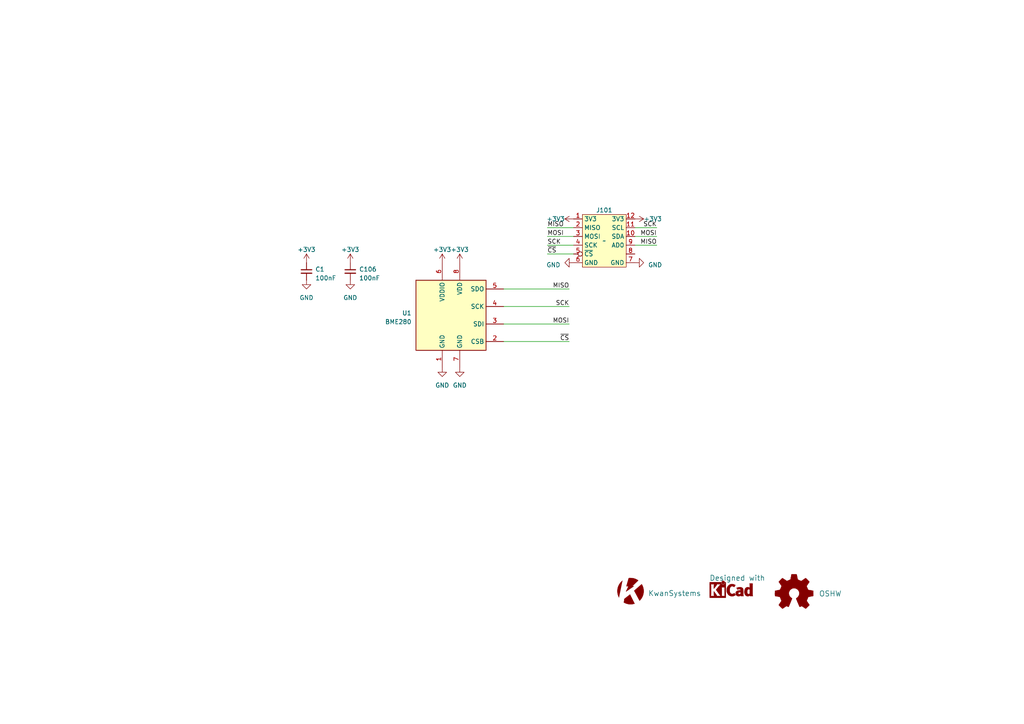
<source format=kicad_sch>
(kicad_sch (version 20230121) (generator eeschema)
  (paper "A4")
  (title_block (title "BME280 Stamp") (date "2023-03-23") (company "Kwan Systems"))
  (lib_symbols
    (symbol "Device:C_Small" (pin_numbers hide) (pin_names (offset 0.254) hide)
      (property "Reference" "C" (at 0.254 1.778 0))
      (property "Value" "C_Small" (at 0.254 -2.032 0))
      (symbol "C_Small_0_1"
        (polyline (pts (xy -1.524 -0.508) (xy 1.524 -0.508)) (stroke (width 0.3302)))
        (polyline (pts (xy -1.524 0.508) (xy 1.524 0.508)) (stroke (width 0.3048)))
      )
      (symbol "C_Small_1_1"
        (pin passive line (at 0 2.54 270) (length 2.032) (name "~") (number "1"))
        (pin passive line (at 0 -2.54 90) (length 2.032) (name "~") (number "2"))
      )
    )
    (symbol "KwanSystems:DesignedWithKicad" (pin_names (offset 1.016)) (in_bom no)
      (property "Value" "DesignedWithKicad" (at 3.81 -2.54 0))
      (symbol "DesignedWithKicad_0_1"
        (polyline (pts (xy -2.273 4.2434) (xy -2.1768 4.2192) (xy -2.0902 4.1764) (xy -2.0154 4.1166) (xy -1.9544 4.0415) (xy -1.9094 3.9528) (xy -1.8831 3.8565) (xy -1.8773 3.7592) (xy -1.8921 3.6653) (xy -1.9258 3.5775) (xy -1.9765 3.4982) (xy -2.0423 3.4302) (xy -2.1214 3.3759) (xy -2.2119 3.338) (xy -2.2632 3.3256) (xy -2.3077 3.3181) (xy -2.342 3.3151) (xy -2.375 3.3169) (xy -2.4154 3.3238) (xy -2.4485 3.3308) (xy -2.5419 3.3623) (xy -2.6256 3.4134) (xy -2.6977 3.4826) (xy -2.7562 3.5683) (xy -2.7701 3.5955) (xy -2.7866 3.6319) (xy -2.7969 3.6624) (xy -2.8025 3.6946) (xy -2.8047 3.7357) (xy -2.8049 3.7818) (xy -2.8009 3.8661) (xy -2.7874 3.9354) (xy -2.7623 3.996) (xy -2.7228 4.0544) (xy -2.6843 4.0987) (xy -2.6124 4.1645) (xy -2.5373 4.2099) (xy -2.4546 4.2372) (xy -2.3769 4.2474) (xy -2.273 4.2434)) (stroke (width 0.0025)) (fill (type outline)))
        (polyline (pts (xy 0.3284 3.3209) (xy 0.4886 3.2998) (xy 0.6525 3.2596) (xy 0.8223 3.2001) (xy 1 3.1208) (xy 1.0113 3.1153) (xy 1.069 3.0873) (xy 1.1206 3.0632) (xy 1.1622 3.0448) (xy 1.1902 3.0336) (xy 1.1997 3.0311) (xy 1.219 3.0261) (xy 1.2236 3.0219) (xy 1.2185 3.0114) (xy 1.2024 2.9851) (xy 1.1773 2.9457) (xy 1.1449 2.896) (xy 1.1071 2.8387) (xy 1.0658 2.7765) (xy 1.0228 2.7123) (xy 0.9799 2.6487) (xy 0.939 2.5886) (xy 0.902 2.5346) (xy 0.8706 2.4896) (xy 0.8468 2.4563) (xy 0.8323 2.4374) (xy 0.8303 2.4352) (xy 0.8202 2.4399) (xy 0.7978 2.457) (xy 0.7673 2.4836) (xy 0.7515 2.498) (xy 0.655 2.5733) (xy 0.5483 2.6288) (xy 0.4328 2.6639) (xy 0.31 2.6781) (xy 0.2406 2.6769) (xy 0.1194 2.6598) (xy 0.0102 2.6239) (xy -0.0874 2.569) (xy -0.1738 2.4949) (xy -0.2492 2.4013) (xy -0.314 2.2879) (xy -0.3514 2.2013) (xy -0.3953 2.0656) (xy -0.4276 1.9182) (xy -0.4484 1.7627) (xy -0.4579 1.603) (xy -0.4562 1.443) (xy -0.4432 1.2864) (xy -0.4191 1.1371) (xy -0.384 0.9988) (xy -0.3379 0.8753) (xy -0.3216 0.841) (xy -0.2534 0.7269) (xy -0.1729 0.6304) (xy -0.0814 0.5523) (xy 0.0199 0.4934) (xy 0.1299 0.4544) (xy 0.2474 0.4361) (xy 0.2889 0.4348) (xy 0.4104 0.4457) (xy 0.5309 0.4785) (xy 0.6487 0.5326) (xy 0.7623 0.6071) (xy 0.8537 0.6855) (xy 0.9002 0.73) (xy 1.0815 0.4327) (xy 1.1266 0.3586) (xy 1.1678 0.2904) (xy 1.2037 0.2305) (xy 1.2329 0.1816) (xy 1.2538 0.1459) (xy 1.2649 0.126) (xy 1.2664 0.1229) (xy 1.2581 0.1133) (xy 1.2326 0.096) (xy 1.1929 0.0727) (xy 1.1423 0.0451) (xy 1.0841 0.0147) (xy 1.0214 -0.0168) (xy 0.9576 -0.0477) (xy 0.8959 -0.0765) (xy 0.8394 -0.1014) (xy 0.7914 -0.1209) (xy 0.768 -0.1293) (xy 0.6342 -0.1671) (xy 0.4963 -0.1921) (xy 0.3486 -0.2051) (xy 0.2218 -0.2075) (xy 0.1539 -0.2064) (xy 0.0883 -0.2043) (xy 0.0308 -0.2014) (xy -0.0126 -0.1981) (xy -0.0267 -0.1964) (xy -0.1657 -0.1676) (xy -0.3072 -0.1225) (xy -0.4447 -0.0638) (xy -0.5716 0.0059) (xy -0.6491 0.0586) (xy -0.7765 0.1668) (xy -0.8948 0.2933) (xy -1.0018 0.4351) (xy -1.0953 0.589) (xy -1.1732 0.7519) (xy -1.217 0.8692) (xy -1.2673 1.0529) (xy -1.3008 1.2474) (xy -1.3176 1.4487) (xy -1.3176 1.6524) (xy -1.3009 1.8545) (xy -1.2675 2.0506) (xy -1.2174 2.2366) (xy -1.2136 2.2482) (xy -1.1507 2.4103) (xy -1.074 2.5582) (xy -0.9808 2.6961) (xy -0.8685 2.8283) (xy -0.8246 2.8736) (xy -0.6885 2.9975) (xy -0.5485 3.1001) (xy -0.4026 3.1823) (xy -0.2486 3.2454) (xy -0.0843 3.2905) (xy 0.0113 3.308) (xy 0.17 3.3235) (xy 0.3284 3.3209)) (stroke (width 0.0025)) (fill (type outline)))
        (polyline (pts (xy 6.1865 1.7978) (xy 6.1865 1.5633) (xy 6.1866 1.3504) (xy 6.1866 1.1578) (xy 6.1868 0.9845) (xy 6.1871 0.8294) (xy 6.1875 0.6914) (xy 6.1882 0.5693) (xy 6.189 0.4621) (xy 6.1902 0.3687) (xy 6.1917 0.2879) (xy 6.1935 0.2187) (xy 6.1958 0.16) (xy 6.1985 0.1106) (xy 6.2016 0.0695) (xy 6.2053 0.0356) (xy 6.2095 0.0077) (xy 6.2143 -0.0152) (xy 6.2198 -0.0342) (xy 6.2259 -0.0505) (xy 6.2327 -0.0652) (xy 6.2403 -0.0792) (xy 6.2486 -0.0939) (xy 6.2538 -0.103) (xy 6.2881 -0.1637) (xy 5.43 -0.1637) (xy 5.43 -0.0677) (xy 5.4292 -0.0244) (xy 5.4273 0.0088) (xy 5.4245 0.0266) (xy 5.4232 0.0282) (xy 5.4118 0.0213) (xy 5.3891 0.0035) (xy 5.3664 -0.0159) (xy 5.3118 -0.0566) (xy 5.2423 -0.0976) (xy 5.1653 -0.1351) (xy 5.088 -0.1654) (xy 5.0571 -0.175) (xy 4.9886 -0.1896) (xy 4.9058 -0.1995) (xy 4.8164 -0.2046) (xy 4.7282 -0.2044) (xy 4.6492 -0.1987) (xy 4.6115 -0.1929) (xy 4.4734 -0.1548) (xy 4.3461 -0.0971) (xy 4.2303 -0.0202) (xy 4.1266 0.0753) (xy 4.0358 0.1888) (xy 3.969 0.2996) (xy 3.9142 0.4164) (xy 3.8722 0.5357) (xy 3.8422 0.6617) (xy 3.8233 0.7984) (xy 3.8147 0.9498) (xy 3.814 1.0273) (xy 3.8161 1.0841) (xy 4.6452 1.0841) (xy 4.6454 0.991) (xy 4.6483 0.9033) (xy 4.654 0.8262) (xy 4.6625 0.765) (xy 4.665 0.7526) (xy 4.6968 0.6454) (xy 4.7385 0.5583) (xy 4.7904 0.4914) (xy 4.8528 0.4442) (xy 4.9261 0.4166) (xy 5.0107 0.4085) (xy 5.1068 0.4194) (xy 5.1703 0.4352) (xy 5.2195 0.4534) (xy 5.2736 0.4792) (xy 5.3142 0.5029) (xy 5.3848 0.5493) (xy 5.3848 1.6995) (xy 5.3174 1.743) (xy 5.2389 1.784) (xy 5.1547 1.8106) (xy 5.0696 1.8225) (xy 4.9882 1.8193) (xy 4.9154 1.8004) (xy 4.8834 1.7848) (xy 4.8255 1.7418) (xy 4.7765 1.685) (xy 4.7354 1.6124) (xy 4.7009 1.5219) (xy 4.6718 1.4113) (xy 4.6706 1.4055) (xy 4.6604 1.3432) (xy 4.6527 1.2654) (xy 4.6477 1.1773) (xy 4.6452 1.0841) (xy 3.8161 1.0841) (xy 3.8219 1.2401) (xy 3.8438 1.4359) (xy 3.8798 1.6147) (xy 3.9298 1.7762) (xy 3.9937 1.9203) (xy 4.0715 2.0469) (xy 4.1631 2.1559) (xy 4.2685 2.2471) (xy 4.3137 2.2781) (xy 4.4146 2.3342) (xy 4.5179 2.3738) (xy 4.628 2.398) (xy 4.7493 2.4078) (xy 4.8418 2.4067) (xy 4.9715 2.3958) (xy 5.0841 2.374) (xy 5.1829 2.3403) (xy 5.2711 2.2938) (xy 5.32 2.2596) (xy 5.3494 2.2376) (xy 5.371 2.2227) (xy 5.3793 2.2183) (xy 5.3809 2.2291) (xy 5.3822 2.2597) (xy 5.3831 2.3075) (xy 5.3838 2.3695) (xy 5.3842 2.4431) (xy 5.3843 2.5256) (xy 5.3842 2.6141) (xy 5.3838 2.7059) (xy 5.3832 2.7983) (xy 5.3823 2.8885) (xy 5.3813 2.9737) (xy 5.38 3.0513) (xy 5.3786 3.1184) (xy 5.3769 3.1724) (xy 5.3752 3.2104) (xy 5.3747 3.2173) (xy 5.3671 3.2877) (xy 5.3555 3.3429) (xy 5.3378 3.39) (xy 5.3117 3.4364) (xy 5.3054 3.4459) (xy 5.281 3.4826) (xy 6.1863 3.4826) (xy 6.1865 1.7978)) (stroke (width 0.0025)) (fill (type outline)))
        (polyline (pts (xy 2.6736 2.4034) (xy 2.8255 2.3834) (xy 2.9608 2.3498) (xy 3.0802 2.3023) (xy 3.1848 2.2406) (xy 3.2624 2.177) (xy 3.3313 2.1029) (xy 3.385 2.0231) (xy 3.4279 1.9309) (xy 3.4434 1.8878) (xy 3.4562 1.8489) (xy 3.4674 1.8127) (xy 3.4771 1.7776) (xy 3.4854 1.7416) (xy 3.4924 1.703) (xy 3.4983 1.6598) (xy 3.5031 1.6104) (xy 3.5071 1.5527) (xy 3.5103 1.4851) (xy 3.5129 1.4057) (xy 3.5151 1.3126) (xy 3.5168 1.204) (xy 3.5183 1.0781) (xy 3.5198 0.933) (xy 3.521 0.7902) (xy 3.5224 0.634) (xy 3.5236 0.4988) (xy 3.5248 0.3828) (xy 3.5261 0.2844) (xy 3.5277 0.2019) (xy 3.5297 0.1338) (xy 3.5322 0.0782) (xy 3.5353 0.0337) (xy 3.5391 -0.0015) (xy 3.5439 -0.029) (xy 3.5496 -0.0506) (xy 3.5565 -0.0677) (xy 3.5647 -0.0822) (xy 3.5742 -0.0956) (xy 3.5853 -0.1096) (xy 3.5896 -0.1151) (xy 3.6054 -0.1379) (xy 3.6124 -0.1535) (xy 3.6124 -0.1539) (xy 3.6016 -0.1561) (xy 3.5706 -0.1581) (xy 3.522 -0.1599) (xy 3.4582 -0.1615) (xy 3.3817 -0.1626) (xy 3.2949 -0.1634) (xy 3.2005 -0.1637) (xy 3.1896 -0.1637) (xy 2.7667 -0.1637) (xy 2.7634 -0.0676) (xy 2.7601 0.0284) (xy 2.698 -0.0225) (xy 2.6007 -0.0901) (xy 2.4908 -0.1447) (xy 2.4043 -0.175) (xy 2.3353 -0.1897) (xy 2.2519 -0.1997) (xy 2.1622 -0.2046) (xy 2.0738 -0.2043) (xy 1.9949 -0.1984) (xy 1.9586 -0.1926) (xy 1.8186 -0.1548) (xy 1.6922 -0.0999) (xy 1.5803 -0.0289) (xy 1.4838 0.0574) (xy 1.4036 0.1583) (xy 1.3407 0.2729) (xy 1.2963 0.399) (xy 1.284 0.4556) (xy 1.2764 0.5178) (xy 1.2727 0.5926) (xy 1.2722 0.6265) (xy 1.2723 0.6297) (xy 2.0322 0.6297) (xy 2.0415 0.5547) (xy 2.0697 0.4908) (xy 2.1182 0.4352) (xy 2.1233 0.4308) (xy 2.1715 0.396) (xy 2.2233 0.3734) (xy 2.284 0.3615) (xy 2.3594 0.3586) (xy 2.3775 0.359) (xy 2.4313 0.3617) (xy 2.4713 0.3671) (xy 2.5063 0.3773) (xy 2.5451 0.3941) (xy 2.5557 0.3993) (xy 2.6164 0.4352) (xy 2.6632 0.4778) (xy 2.676 0.493) (xy 2.7206 0.5495) (xy 2.7206 0.7454) (xy 2.7201 0.8241) (xy 2.7184 0.882) (xy 2.7154 0.9211) (xy 2.7111 0.9433) (xy 2.707 0.9497) (xy 2.691 0.9529) (xy 2.6573 0.9555) (xy 2.6103 0.9573) (xy 2.555 0.9581) (xy 2.5461 0.9582) (xy 2.4253 0.9529) (xy 2.3227 0.9367) (xy 2.2361 0.909) (xy 2.1637 0.8692) (xy 2.1088 0.8222) (xy 2.0642 0.7644) (xy 2.0395 0.7013) (xy 2.0322 0.6297) (xy 1.2723 0.6297) (xy 1.2742 0.7203) (xy 1.2825 0.7992) (xy 1.2988 0.8704) (xy 1.3244 0.9411) (xy 1.3484 0.9935) (xy 1.407 1.0888) (xy 1.4851 1.1768) (xy 1.5803 1.256) (xy 1.6902 1.3247) (xy 1.8125 1.3813) (xy 1.9448 1.4242) (xy 2.0094 1.4391) (xy 2.1456 1.4612) (xy 2.294 1.4758) (xy 2.4455 1.4822) (xy 2.5721 1.4806) (xy 2.734 1.4738) (xy 2.7265 1.5328) (xy 2.7072 1.6319) (xy 2.6761 1.7126) (xy 2.6323 1.7755) (xy 2.5749 1.8212) (xy 2.503 1.8504) (xy 2.4159 1.8636) (xy 2.3127 1.8614) (xy 2.2747 1.8574) (xy 2.1335 1.8322) (xy 1.9967 1.7912) (xy 1.9022 1.7532) (xy 1.857 1.7338) (xy 1.8186 1.7182) (xy 1.7922 1.7086) (xy 1.7845 1.7065) (xy 1.7748 1.7156) (xy 1.7581 1.7446) (xy 1.7342 1.7938) (xy 1.7031 1.8635) (xy 1.6645 1.9541) (xy 1.6579 1.9699) (xy 1.6279 2.0422) (xy 1.6009 2.1076) (xy 1.5781 2.1631) (xy 1.5608 2.2059) (xy 1.55 2.2332) (xy 1.5469 2.2421) (xy 1.5569 2.2468) (xy 1.5832 2.2521) (xy 1.6115 2.2558) (xy 1.6416 2.2605) (xy 1.6894 2.27) (xy 1.7506 2.2832) (xy 1.8209 2.2992) (xy 1.8962 2.3172) (xy 1.9248 2.3242) (xy 2.0298 2.3498) (xy 2.1175 2.3699) (xy 2.1921 2.385) (xy 2.2579 2.396) (xy 2.3193 2.4033) (xy 2.3806 2.4077) (xy 2.4461 2.4097) (xy 2.5041 2.4101) (xy 2.6736 2.4034)) (stroke (width 0.0025)) (fill (type outline)))
        (polyline (pts (xy -2.9464 3.7809) (xy -2.9355 3.667) (xy -2.9039 3.5594) (xy -2.853 3.4604) (xy -2.7843 3.3723) (xy -2.6992 3.2975) (xy -2.6022 3.2396) (xy -2.496 3.2) (xy -2.389 3.1814) (xy -2.2833 3.1826) (xy -2.1811 3.2021) (xy -2.0845 3.2386) (xy -1.9956 3.2908) (xy -1.9165 3.3573) (xy -1.8494 3.4368) (xy -1.7962 3.528) (xy -1.7592 3.6295) (xy -1.7404 3.7399) (xy -1.7385 3.7898) (xy -1.7385 3.8777) (xy -1.6866 3.8777) (xy -1.6503 3.8749) (xy -1.6234 3.8631) (xy -1.5962 3.8394) (xy -1.5579 3.801) (xy -1.5579 1.6094) (xy -1.5579 1.3473) (xy -1.5579 1.1068) (xy -1.558 0.887) (xy -1.5581 0.6869) (xy -1.5582 0.5057) (xy -1.5584 0.3423) (xy -1.5587 0.1958) (xy -1.5591 0.0654) (xy -1.5595 -0.05) (xy -1.56 -0.1513) (xy -1.5606 -0.2395) (xy -1.5613 -0.3154) (xy -1.5621 -0.3801) (xy -1.5631 -0.4344) (xy -1.5642 -0.4793) (xy -1.5654 -0.5157) (xy -1.5667 -0.5447) (xy -1.5683 -0.5671) (xy -1.5699 -0.5838) (xy -1.5718 -0.5959) (xy -1.5738 -0.6042) (xy -1.576 -0.6097) (xy -1.5771 -0.6115) (xy -1.5813 -0.6185) (xy -1.5848 -0.625) (xy -1.5886 -0.6309) (xy -1.5937 -0.6363) (xy -1.6009 -0.6412) (xy -1.6111 -0.6456) (xy -1.6254 -0.6496) (xy -1.6445 -0.6531) (xy -1.6695 -0.6563) (xy -1.7012 -0.659) (xy -1.7407 -0.6615) (xy -1.7887 -0.6636) (xy -1.8462 -0.6653) (xy -1.9142 -0.6668) (xy -1.9936 -0.6681) (xy -2.0853 -0.6691) (xy -2.1902 -0.6699) (xy -2.3092 -0.6705) (xy -2.4433 -0.6709) (xy -2.5934 -0.6712) (xy -2.7604 -0.6714) (xy -2.9452 -0.6715) (xy -3.1488 -0.6715) (xy -3.3721 -0.6715) (xy -3.6159 -0.6715) (xy -3.8813 -0.6714) (xy -3.9197 -0.6714) (xy -4.1867 -0.6714) (xy -4.432 -0.6713) (xy -4.6566 -0.6712) (xy -4.8613 -0.6711) (xy -5.0472 -0.6709) (xy -5.2151 -0.6706) (xy -5.3659 -0.6703) (xy -5.5006 -0.6699) (xy -5.62 -0.6694) (xy -5.7252 -0.6689) (xy -5.817 -0.6683) (xy -5.8963 -0.6675) (xy -5.964 -0.6667) (xy -6.0212 -0.6657) (xy -6.0686 -0.6646) (xy -6.1073 -0.6634) (xy -6.138 -0.662) (xy -6.1619 -0.6606) (xy -6.1797 -0.6589) (xy -6.1924 -0.6571) (xy -6.2009 -0.6551) (xy -6.2053 -0.6535) (xy -6.2137 -0.6499) (xy -6.2215 -0.6473) (xy -6.2286 -0.6446) (xy -6.2351 -0.6411) (xy -6.2409 -0.6356) (xy -6.2462 -0.6274) (xy -6.251 -0.6154) (xy -6.2552 -0.5987) (xy -6.2589 -0.5765) (xy -6.2622 -0.5477) (xy -6.2651 -0.5114) (xy -6.2675 -0.4667) (xy -6.2696 -0.4126) (xy -6.2714 -0.3483) (xy -6.2728 -0.2727) (xy -6.274 -0.185) (xy -6.2749 -0.0842) (xy -6.2756 0.0306) (xy -6.2761 0.1603) (xy -6.2764 0.306) (xy -6.2766 0.4685) (xy -6.2767 0.6487) (xy -6.2767 0.8476) (xy -6.2767 1.0662) (xy -6.2766 1.3053) (xy -6.2766 1.566) (xy -6.2766 1.6081) (xy -6.2766 1.871) (xy -6.2767 2.1123) (xy -6.2767 2.3328) (xy -6.2766 2.5336) (xy -6.2765 2.7157) (xy -6.2764 2.8798) (xy -6.2761 3.027) (xy -6.2756 3.1582) (xy -6.275 3.2681) (xy -5.9722 3.2681) (xy -5.9324 3.2103) (xy -5.9212 3.1945) (xy -5.9112 3.1806) (xy -5.9021 3.1672) (xy -5.8941 3.1533) (xy -5.887 3.1376) (xy -5.8807 3.119) (xy -5.8753 3.0963) (xy -5.8707 3.0683) (xy -5.8667 3.0337) (xy -5.8634 2.9915) (xy -5.8607 2.9404) (xy -5.8585 2.8793) (xy -5.8567 2.8069) (xy -5.8554 2.722) (xy -5.8545 2.6236) (xy -5.8539 2.5103) (xy -5.8535 2.3811) (xy -5.8533 2.2347) (xy -5.8532 2.0699) (xy -5.8532 1.8856) (xy -5.8533 1.6805) (xy -5.8533 1.5579) (xy -5.8533 1.3409) (xy -5.8532 1.1454) (xy -5.8532 0.97) (xy -5.8534 0.8137) (xy -5.8536 0.6751) (xy -5.8541 0.5533) (xy -5.8549 0.4468) (xy -5.856 0.3547) (xy -5.8574 0.2756) (xy -5.8593 0.2084) (xy -5.8617 0.1519) (xy -5.8647 0.1049) (xy -5.8683 0.0662) (xy -5.8725 0.0347) (xy -5.8774 0.0091) (xy -5.8832 -0.0117) (xy -5.8897 -0.0289) (xy -5.8972 -0.0438) (xy -5.9056 -0.0574) (xy -5.915 -0.0711) (xy -5.9254 -0.0859) (xy -5.9315 -0.0948) (xy -5.9703 -0.1524) (xy -5.4387 -0.1524) (xy -5.3155 -0.1524) (xy -5.213 -0.1522) (xy -5.1294 -0.1519) (xy -5.063 -0.1513) (xy -5.0118 -0.1504) (xy -4.974 -0.1491) (xy -4.9479 -0.1473) (xy -4.9316 -0.145) (xy -4.9233 -0.142) (xy -4.9212 -0.1384) (xy -4.9233 -0.1341) (xy -4.9245 -0.1326) (xy -4.9497 -0.0956) (xy -4.9756 -0.0428) (xy -4.9992 0.0192) (xy -5.0075 0.0456) (xy -5.0121 0.0636) (xy -5.016 0.0846) (xy -5.0192 0.1109) (xy -5.022 0.1445) (xy -5.0242 0.1874) (xy -5.0261 0.2418) (xy -5.0276 0.3097) (xy -5.029 0.3933) (xy -5.0302 0.4946) (xy -5.0313 0.6157) (xy -5.0317 0.6604) (xy -5.0327 0.7856) (xy -5.0335 0.8899) (xy -5.0339 0.9753) (xy -5.034 1.0435) (xy -5.0336 1.0962) (xy -5.0327 1.1354) (xy -5.0313 1.1627) (xy -5.0293 1.18) (xy -5.0266 1.1891) (xy -5.0232 1.1917) (xy -5.019 1.1896) (xy -5.0146 1.1853) (xy -5.0042 1.1724) (xy -4.9822 1.1433) (xy -4.95 1.1002) (xy -4.9092 1.0453) (xy -4.8614 0.9806) (xy -4.8081 0.9083) (xy -4.7509 0.8305) (xy -4.6914 0.7493) (xy -4.6312 0.6669) (xy -4.5717 0.5855) (xy -4.5145 0.507) (xy -4.4612 0.4338) (xy -4.4135 0.3679) (xy -4.3727 0.3113) (xy -4.3405 0.2664) (xy -4.3185 0.2352) (xy -4.3139 0.2285) (xy -4.291 0.1916) (xy -4.2642 0.1436) (xy -4.2388 0.0941) (xy -4.2356 0.0874) (xy -4.2139 0.0392) (xy -4.2013 0.0017) (xy -4.1956 -0.0342) (xy -4.1945 -0.0762) (xy -4.1951 -0.1524) (xy -3.0407 -0.1524) (xy -3.1318 -0.0587) (xy -3.1786 -0.0088) (xy -3.2289 0.0477) (xy -3.2749 0.102) (xy -3.2954 0.1273) (xy -3.3258 0.1669) (xy -3.3659 0.2201) (xy -3.4144 0.2853) (xy -3.4701 0.361) (xy -3.532 0.4454) (xy -3.5988 0.537) (xy -3.6694 0.6341) (xy -3.7425 0.7351) (xy -3.8171 0.8383) (xy -3.8919 0.9422) (xy -3.9658 1.0451) (xy -4.0376 1.1454) (xy -4.1062 1.2414) (xy -4.1703 1.3315) (xy -4.2288 1.4141) (xy -4.2805 1.4875) (xy -4.3242 1.5502) (xy -4.3589 1.6004) (xy -4.3832 1.6367) (xy -4.3961 1.6572) (xy -4.3979 1.6613) (xy -4.3899 1.6727) (xy -4.3691 1.6998) (xy -4.3368 1.7412) (xy -4.2945 1.795) (xy -4.2433 1.8595) (xy -4.1848 1.9331) (xy -4.1203 2.014) (xy -4.0511 2.1006) (xy -3.9787 2.1912) (xy -3.9042 2.2839) (xy -3.8445 2.3583) (xy -2.8335 2.3583) (xy -2.8276 2.3453) (xy -2.8133 2.3231) (xy -2.8122 2.3216) (xy -2.7934 2.2915) (xy -2.7738 2.2546) (xy -2.7699 2.2465) (xy -2.7664 2.2381) (xy -2.7632 2.2279) (xy -2.7605 2.2147) (xy -2.7581 2.1971) (xy -2.756 2.1735) (xy -2.7542 2.1427) (xy -2.7527 2.1032) (xy -2.7514 2.0537) (xy -2.7503 1.9928) (xy -2.7494 1.919) (xy -2.7486 1.831) (xy -2.7479 1.7273) (xy -2.7474 1.6067) (xy -2.7468 1.4676) (xy -2.7463 1.3088) (xy -2.7457 1.1299) (xy -2.7452 0.9448) (xy -2.7448 0.7809) (xy -2.7445 0.6367) (xy -2.7445 0.5109) (xy -2.7448 0.4021) (xy -2.7454 0.3089) (xy -2.7465 0.2299) (xy -2.7481 0.1637) (xy -2.7503 0.1088) (xy -2.7531 0.064) (xy -2.7567 0.0277) (xy -2.761 -0.0013) (xy -2.7661 -0.0246) (xy -2.7722 -0.0435) (xy -2.7792 -0.0594) (xy -2.7873 -0.0736) (xy -2.7965 -0.0877) (xy -2.805 -0.1002) (xy -2.8222 -0.1265) (xy -2.8323 -0.144) (xy -2.8335 -0.1473) (xy -2.8226 -0.1483) (xy -2.7914 -0.1493) (xy -2.7422 -0.1502) (xy -2.6773 -0.151) (xy -2.599 -0.1516) (xy -2.5096 -0.1521) (xy -2.4114 -0.1523) (xy -2.3424 -0.1524) (xy -2.2375 -0.1522) (xy -2.1406 -0.1515) (xy -2.0541 -0.1505) (xy -1.9801 -0.1492) (xy -1.9209 -0.1476) (xy -1.8785 -0.1458) (xy -1.8553 -0.1438) (xy -1.8514 -0.1425) (xy -1.8591 -0.1276) (xy -1.8671 -0.1196) (xy -1.8802 -0.1024) (xy -1.8975 -0.0722) (xy -1.9094 -0.0476) (xy -1.936 0.0113) (xy -1.9391 1.1882) (xy -1.9422 2.365) (xy -2.3879 2.365) (xy -2.4857 2.3649) (xy -2.5761 2.3644) (xy -2.6566 2.3637) (xy -2.725 2.3627) (xy -2.7787 2.3615) (xy -2.8153 2.3602) (xy -2.8325 2.3588) (xy -2.8335 2.3583) (xy -3.8445 2.3583) (xy -3.8293 2.3773) (xy -3.7551 2.4695) (xy -3.6831 2.5588) (xy -3.6146 2.6436) (xy -3.551 2.7221) (xy -3.4936 2.7927) (xy -3.4438 2.8536) (xy -3.4031 2.9032) (xy -3.3859 2.9238) (xy -3.2996 3.0245) (xy -3.223 3.1077) (xy -3.1542 3.1756) (xy -3.0912 3.2299) (xy -3.0819 3.2373) (xy -3.0424 3.2679) (xy -4.1741 3.2681) (xy -4.1688 3.2202) (xy -4.1721 3.1628) (xy -4.1937 3.0945) (xy -4.2336 3.0148) (xy -4.2789 2.9425) (xy -4.2952 2.9199) (xy -4.3232 2.8823) (xy -4.3614 2.832) (xy -4.4081 2.771) (xy -4.4617 2.7016) (xy -4.5203 2.6258) (xy -4.5825 2.5458) (xy -4.6464 2.4638) (xy -4.7105 2.3818) (xy -4.773 2.3021) (xy -4.8323 2.2267) (xy -4.8868 2.1578) (xy -4.9346 2.0976) (xy -4.9743 2.0481) (xy -5.004 2.0116) (xy -5.0222 1.9901) (xy -5.0252 1.9868) (xy -5.0281 1.9949) (xy -5.0303 2.0251) (xy -5.0319 2.0774) (xy -5.0328 2.1515) (xy -5.033 2.2469) (xy -5.0326 2.3636) (xy -5.0317 2.4836) (xy -5.0304 2.6157) (xy -5.0289 2.7274) (xy -5.0269 2.821) (xy -5.0242 2.8986) (xy -5.0206 2.9624) (xy -5.0158 3.0147) (xy -5.0095 3.0577) (xy -5.0015 3.0934) (xy -4.9916 3.1243) (xy -4.9795 3.1524) (xy -4.965 3.18) (xy -4.9503 3.205) (xy -4.9123 3.2681) (xy -5.9722 3.2681) (xy -6.275 3.2681) (xy -6.275 3.2744) (xy -6.2742 3.3765) (xy -6.2732 3.4654) (xy -6.2719 3.5421) (xy -6.2704 3.6075) (xy -6.2685 3.6626) (xy -6.2664 3.7082) (xy -6.2639 3.7455) (xy -6.261 3.7752) (xy -6.2577 3.7983) (xy -6.254 3.8159) (xy -6.2499 3.8287) (xy -6.2452 3.8378) (xy -6.2401 3.8441) (xy -6.2345 3.8485) (xy -6.2283 3.852) (xy -6.2215 3.8556) (xy -6.2155 3.8591) (xy -6.2103 3.8617) (xy -6.2021 3.864) (xy -6.1899 3.8661) (xy -6.1725 3.868) (xy -6.149 3.8697) (xy -6.1181 3.8711) (xy -6.0788 3.8724) (xy -6.03 3.8735) (xy -5.9705 3.8744) (xy -5.8994 3.8752) (xy -5.8155 3.8759) (xy -5.7177 3.8764) (xy -5.6049 3.8768) (xy -5.476 3.8772) (xy -5.33 3.8774) (xy -5.1657 3.8776) (xy -4.982 3.8777) (xy -4.7779 3.8777) (xy -4.5668 3.8777) (xy -2.9464 3.8777) (xy -2.9464 3.7809)) (stroke (width 0.0025)) (fill (type outline)))
      )
    )
    (symbol "KwanSystems:KwanSystems" (pin_names (offset 1.016)) (in_bom no)
      (property "Value" "KwanSystems" (at 0 -5.08 0))
      (symbol "KwanSystems_0_1"
        (polyline (pts (xy 0.3018 3.8025) (xy 0.5462 3.7744) (xy 0.7854 3.7321) (xy 1.0193 3.6754) (xy 1.2478 3.6045) (xy 1.4711 3.5193) (xy 1.689 3.4198) (xy 1.9015 3.3061) (xy 2.1085 3.1781) (xy 2.2308 3.09) (xy 0.4924 1.42) (xy 0.9508 1.42) (xy -1.31 -0.12) (xy -0.5992 1.42) (xy -1.1938 1.42) (xy -0.5192 3.78) (xy -0.3885 3.7927) (xy -0.1814 3.8059) (xy 0.0333 3.811)) (stroke (width 0.0025)) (fill (type outline)))
        (polyline (pts (xy 1.2117 -3.611) (xy 1.1805 -3.6269) (xy 1.1201 -3.6454) (xy 1.0517 -3.6655) (xy 0.8462 -3.7189) (xy 0.6348 -3.7604) (xy 0.4156 -3.7905) (xy 0.3277 -3.7992) (xy 0.1234 -3.8081) (xy 0.0408 -3.8091) (xy -0.0437 -3.8092) (xy -0.1265 -3.8082) (xy -0.3391 -3.7989) (xy -0.5799 -3.7695) (xy -0.8161 -3.7257) (xy -1.0478 -3.6672) (xy -1.2753 -3.5942) (xy -1.4987 -3.5065) (xy -1.6599 -3.4329) (xy -1.8371 -3.3426) (xy -1.9342 -3.2879) (xy -1.78 -2.25) (xy -0.12 -0.95)) (stroke (width 0.0025)) (fill (type outline)))
        (polyline (pts (xy -3.33 -1.85) (xy -3.4035 -1.7216) (xy -3.5014 -1.5107) (xy -3.5664 -1.3527) (xy -3.641 -1.1379) (xy -3.7016 -0.923) (xy -3.7485 -0.7062) (xy -3.782 -0.486) (xy -3.8025 -0.2605) (xy -3.8102 -0.0281) (xy -3.8103 0) (xy -3.8029 0.2742) (xy -3.7787 0.5215) (xy -3.7379 0.7583) (xy -3.6926 0.9566) (xy -3.6383 1.1468) (xy -3.5739 1.3326) (xy -3.4979 1.5178) (xy -3.4219 1.6804) (xy -3.3272 1.8622) (xy -3.2273 2.0324) (xy -3.1205 2.1935) (xy -3.0049 2.3481) (xy -2.8787 2.4988) (xy -2.7399 2.6482) (xy -2.6018 2.7839) (xy -2.4691 2.9048) (xy -2.33 3.02)) (stroke (width 0.0025)) (fill (type outline)))
        (polyline (pts (xy 3.337 1.8449) (xy 3.4183 1.6918) (xy 3.5168 1.4771) (xy 3.6016 1.2562) (xy 3.6727 1.0287) (xy 3.73 0.7948) (xy 3.7737 0.5541) (xy 3.7919 0.4191) (xy 3.7965 0.3713) (xy 3.8004 0.3111) (xy 3.8037 0.2415) (xy 3.8062 0.1653) (xy 3.808 0.0853) (xy 3.8091 0.0045) (xy 3.8092 -0.0742) (xy 3.8085 -0.148) (xy 3.8068 -0.214) (xy 3.8042 -0.2693) (xy 3.8033 -0.2821) (xy 3.7774 -0.5241) (xy 3.7368 -0.7619) (xy 3.6819 -0.9952) (xy 3.6126 -1.2235) (xy 3.5291 -1.4466) (xy 3.4316 -1.664) (xy 3.3202 -1.8755) (xy 3.1951 -2.0807) (xy 3.0563 -2.2792) (xy 2.918 -2.4541) (xy 2.7919 -2.5949) (xy 2.62 -2.77) (xy 1.07 0.12) (xy 3.24 2.01)) (stroke (width 0.0025)) (fill (type outline)))
      )
    )
    (symbol "KwanSystems:OSHW" (pin_names (offset 1.016)) (in_bom no)
      (property "Value" "OSHW" (at 10.16 1.27 0))
      (symbol "OSHW_0_1"
        (polyline (pts (xy 3.81 -3.81) (xy 3.7592 -3.7846) (xy 3.6322 -3.7084) (xy 3.4544 -3.5814) (xy 3.2258 -3.429) (xy 2.9972 -3.2766) (xy 2.8194 -3.175) (xy 2.6924 -3.0734) (xy 2.6416 -3.048) (xy 2.6162 -3.0734) (xy 2.5146 -3.1242) (xy 2.3622 -3.2004) (xy 2.2606 -3.2512) (xy 2.1336 -3.302) (xy 2.0574 -3.302) (xy 2.0574 -3.302) (xy 2.0066 -3.2004) (xy 1.9304 -2.9972) (xy 1.8034 -2.7686) (xy 1.7018 -2.4892) (xy 1.5748 -2.1844) (xy 1.4224 -1.8796) (xy 1.3208 -1.5748) (xy 1.1938 -1.2954) (xy 1.1176 -1.0922) (xy 1.0668 -0.9398) (xy 1.0414 -0.8636) (xy 1.0414 -0.8636) (xy 1.1176 -0.7874) (xy 1.2446 -0.7112) (xy 1.4986 -0.4826) (xy 1.7526 -0.1524) (xy 1.905 0.2032) (xy 1.9812 0.6096) (xy 1.9304 0.9906) (xy 1.778 1.3462) (xy 1.524 1.6764) (xy 1.2192 1.905) (xy 0.8636 2.0574) (xy 0.4572 2.1082) (xy 0.0762 2.0828) (xy -0.2794 1.9304) (xy -0.6096 1.6764) (xy -0.762 1.524) (xy -0.9398 1.1938) (xy -1.0668 0.8382) (xy -1.0668 0.762) (xy -1.0414 0.3556) (xy -0.9398 0) (xy -0.7366 -0.3302) (xy -0.4572 -0.6096) (xy -0.4064 -0.635) (xy -0.2794 -0.7366) (xy -0.1778 -0.8128) (xy -0.127 -0.8636) (xy -0.6096 -2.0574) (xy -0.6858 -2.2606) (xy -0.8382 -2.5908) (xy -0.9398 -2.8702) (xy -1.0414 -3.0988) (xy -1.1176 -3.2512) (xy -1.143 -3.302) (xy -1.143 -3.302) (xy -1.1938 -3.302) (xy -1.27 -3.2766) (xy -1.4478 -3.2004) (xy -1.5494 -3.1496) (xy -1.6764 -3.0734) (xy -1.7526 -3.048) (xy -1.8034 -3.0734) (xy -1.905 -3.1496) (xy -2.0828 -3.2766) (xy -2.3114 -3.429) (xy -2.5146 -3.556) (xy -2.6924 -3.683) (xy -2.8448 -3.7846) (xy -2.8956 -3.81) (xy -2.921 -3.81) (xy -2.9718 -3.7846) (xy -3.0734 -3.683) (xy -3.2512 -3.5306) (xy -3.4798 -3.302) (xy -3.5052 -3.2766) (xy -3.7084 -3.0734) (xy -3.8608 -2.921) (xy -3.9624 -2.794) (xy -3.9878 -2.7432) (xy -3.9878 -2.7432) (xy -3.9624 -2.6924) (xy -3.8608 -2.54) (xy -3.7592 -2.3622) (xy -3.6068 -2.1336) (xy -3.2004 -1.5494) (xy -3.429 -1.016) (xy -3.4798 -0.8382) (xy -3.5814 -0.635) (xy -3.6322 -0.508) (xy -3.6576 -0.4318) (xy -3.7338 -0.4064) (xy -3.8608 -0.381) (xy -4.0894 -0.3302) (xy -4.3434 -0.2794) (xy -4.5974 -0.254) (xy -4.8006 -0.2032) (xy -4.9784 -0.1778) (xy -5.0546 -0.1524) (xy -5.0546 -0.1524) (xy -5.08 -0.1016) (xy -5.08 -0.0254) (xy -5.08 0.1016) (xy -5.1054 0.3048) (xy -5.1054 0.6096) (xy -5.1054 0.6604) (xy -5.08 0.9398) (xy -5.08 1.1684) (xy -5.08 1.2954) (xy -5.08 1.3716) (xy -5.08 1.3716) (xy -5.0038 1.3716) (xy -4.8514 1.4224) (xy -4.6228 1.4478) (xy -4.3688 1.4986) (xy -4.3434 1.524) (xy -4.0894 1.5748) (xy -3.8608 1.6002) (xy -3.7084 1.651) (xy -3.6322 1.6764) (xy -3.6322 1.6764) (xy -3.5814 1.778) (xy -3.5052 1.9558) (xy -3.4036 2.159) (xy -3.3274 2.3622) (xy -3.2512 2.54) (xy -3.2004 2.6924) (xy -3.175 2.7432) (xy -3.175 2.7432) (xy -3.2258 2.8194) (xy -3.302 2.9464) (xy -3.429 3.1242) (xy -3.6068 3.3528) (xy -3.6068 3.3782) (xy -3.7592 3.6068) (xy -3.8862 3.7846) (xy -3.9624 3.9116) (xy -3.9878 3.9878) (xy -3.9878 3.9878) (xy -3.937 4.0386) (xy -3.8354 4.1656) (xy -3.6576 4.3434) (xy -3.4798 4.5466) (xy -3.4036 4.5974) (xy -3.2004 4.826) (xy -3.048 4.953) (xy -2.9464 5.0292) (xy -2.8956 5.0546) (xy -2.8956 5.0546) (xy -2.8448 5.0038) (xy -2.6924 4.9022) (xy -2.5146 4.7752) (xy -2.286 4.6228) (xy -2.2606 4.6228) (xy -2.032 4.4704) (xy -1.8542 4.3434) (xy -1.7272 4.2418) (xy -1.6764 4.2164) (xy -1.651 4.2164) (xy -1.5748 4.2418) (xy -1.397 4.2926) (xy -1.2192 4.3688) (xy -1.016 4.4704) (xy -0.8128 4.5466) (xy -0.6858 4.5974) (xy -0.6096 4.6482) (xy -0.6096 4.6482) (xy -0.5842 4.7244) (xy -0.5588 4.8768) (xy -0.508 5.1054) (xy -0.4572 5.3848) (xy -0.4318 5.4356) (xy -0.381 5.6896) (xy -0.3556 5.9182) (xy -0.3302 6.0706) (xy -0.3048 6.1214) (xy -0.254 6.1468) (xy -0.127 6.1468) (xy 0.0508 6.1468) (xy 0.3048 6.1468) (xy 0.5334 6.1468) (xy 0.7874 6.1468) (xy 0.9906 6.1468) (xy 1.143 6.1214) (xy 1.1938 6.1214) (xy 1.1938 6.1214) (xy 1.2192 6.0452) (xy 1.27 5.8674) (xy 1.2954 5.6388) (xy 1.3716 5.3594) (xy 1.3716 5.3086) (xy 1.4224 5.0546) (xy 1.4732 4.826) (xy 1.4986 4.6736) (xy 1.524 4.6228) (xy 1.524 4.6228) (xy 1.651 4.572) (xy 1.8288 4.4958) (xy 2.032 4.3942) (xy 2.54 4.191) (xy 3.175 4.6228) (xy 3.2258 4.6736) (xy 3.4544 4.826) (xy 3.6322 4.953) (xy 3.7592 5.0292) (xy 3.8354 5.0546) (xy 3.8354 5.0546) (xy 3.8862 5.0038) (xy 4.0132 4.8768) (xy 4.191 4.7244) (xy 4.3688 4.5212) (xy 4.5212 4.3688) (xy 4.699 4.191) (xy 4.8006 4.0894) (xy 4.8768 4.0132) (xy 4.8768 3.9624) (xy 4.8768 3.937) (xy 4.8514 3.8608) (xy 4.7498 3.7338) (xy 4.6228 3.5306) (xy 4.4704 3.3274) (xy 4.3434 3.1242) (xy 4.2164 2.921) (xy 4.1148 2.7686) (xy 4.0894 2.6924) (xy 4.0894 2.667) (xy 4.1402 2.54) (xy 4.2164 2.3622) (xy 4.318 2.1336) (xy 4.5212 1.651) (xy 4.8514 1.5748) (xy 5.0546 1.5494) (xy 5.334 1.4986) (xy 5.588 1.4478) (xy 5.9944 1.3716) (xy 6.0198 -0.127) (xy 5.9436 -0.1524) (xy 5.8928 -0.1524) (xy 5.7404 -0.2032) (xy 5.5118 -0.2286) (xy 5.2578 -0.2794) (xy 5.0546 -0.3302) (xy 4.826 -0.381) (xy 4.6736 -0.4064) (xy 4.5974 -0.4064) (xy 4.572 -0.4318) (xy 4.5212 -0.5334) (xy 4.445 -0.7112) (xy 4.3688 -0.9144) (xy 4.2672 -1.1176) (xy 4.191 -1.3208) (xy 4.1402 -1.4732) (xy 4.1148 -1.5494) (xy 4.1402 -1.6002) (xy 4.2418 -1.7272) (xy 4.3434 -1.9304) (xy 4.4958 -2.1336) (xy 4.6482 -2.3622) (xy 4.7752 -2.54) (xy 4.8514 -2.667) (xy 4.9022 -2.7432) (xy 4.8768 -2.794) (xy 4.8006 -2.8956) (xy 4.6228 -3.048) (xy 4.3942 -3.302) (xy 4.3434 -3.3274) (xy 4.1402 -3.5306) (xy 3.9878 -3.683) (xy 3.8608 -3.7846) (xy 3.81 -3.81)) (stroke (width 0.0025)) (fill (type outline)))
      )
    )
    (symbol "KwanSystems:STAMP"
      (property "Reference" "J101" (at 0 8.89 0))
      (property "Value" "~" (at 0 0 0))
      (symbol "STAMP_1_1"
        (rectangle (start -6.35 7.62) (end 6.35 -7.62) (fill (type background)))
        (pin power_in line (at -8.89 6.35 0) (length 2.54) (name "3V3") (number "1"))
        (pin open_collector line (at 8.89 1.27 180) (length 2.54) (name "SDA") (number "10"))
        (pin input line (at 8.89 3.81 180) (length 2.54) (name "SCL") (number "11"))
        (pin power_in line (at 8.89 6.35 180) (length 2.54) (name "3V3") (number "12"))
        (pin output line (at -8.89 3.81 0) (length 2.54) (name "MISO") (number "2"))
        (pin input line (at -8.89 1.27 0) (length 2.54) (name "MOSI") (number "3"))
        (pin input line (at -8.89 -1.27 0) (length 2.54) (name "SCK") (number "4"))
        (pin input inverted (at -8.89 -3.81 0) (length 2.54) (name "~{CS}") (number "5"))
        (pin power_in line (at -8.89 -6.35 0) (length 2.54) (name "GND") (number "6"))
        (pin power_in line (at 8.89 -6.35 180) (length 2.54) (name "GND") (number "7"))
        (pin bidirectional line (at 8.89 -3.81 180) (length 2.54) (name "") (number "8"))
        (pin bidirectional line (at 8.89 -1.27 180) (length 2.54) (name "AD0") (number "9"))
      )
    )
    (symbol "Sensor:BME280"
      (property "Reference" "U" (at -8.89 11.43 0))
      (property "Value" "BME280" (at 7.62 11.43 0))
      (symbol "BME280_0_1"
        (rectangle (start -10.16 10.16) (end 10.16 -10.16) (stroke (width 0.254)) (fill (type background)))
      )
      (symbol "BME280_1_1"
        (pin power_in line (at -2.54 -15.24 90) (length 5.08) (name "GND") (number "1"))
        (pin input line (at 15.24 -7.62 180) (length 5.08) (name "CSB") (number "2"))
        (pin bidirectional line (at 15.24 -2.54 180) (length 5.08) (name "SDI") (number "3"))
        (pin input line (at 15.24 2.54 180) (length 5.08) (name "SCK") (number "4"))
        (pin bidirectional line (at 15.24 7.62 180) (length 5.08) (name "SDO") (number "5"))
        (pin power_in line (at -2.54 15.24 270) (length 5.08) (name "VDDIO") (number "6"))
        (pin power_in line (at 2.54 -15.24 90) (length 5.08) (name "GND") (number "7"))
        (pin power_in line (at 2.54 15.24 270) (length 5.08) (name "VDD") (number "8"))
      )
    )
    (symbol "power:+3V3" (power) (pin_names (offset 0))
      (property "Value" "+3V3" (at 0 3.556 0))
      (symbol "+3V3_0_1"
        (polyline (pts (xy -0.762 1.27) (xy 0 2.54)))
        (polyline (pts (xy 0 0) (xy 0 2.54)))
        (polyline (pts (xy 0 2.54) (xy 0.762 1.27)))
      )
      (symbol "+3V3_1_1"
        (pin power_in line (at 0 0 90) (length 0) hide (name "+3V3") (number "1"))
      )
    )
    (symbol "power:GND" (power) (pin_names (offset 0))
      (property "Value" "GND" (at 0 -3.81 0))
      (symbol "GND_0_1"
        (polyline (pts (xy 0 0) (xy 0 -1.27) (xy 1.27 -1.27) (xy 0 -2.54) (xy -1.27 -1.27) (xy 0 -1.27)))
      )
      (symbol "GND_1_1"
        (pin power_in line (at 0 0 270) (length 0) hide (name "GND") (number "1"))
      )
    )
  )
  (wire (pts (xy 146.05 88.9) (xy 165.1 88.9)))
  (wire (pts (xy 146.05 99.06) (xy 165.1 99.06)))
  (wire (pts (xy 166.37 73.66) (xy 158.75 73.66)))
  (wire (pts (xy 146.05 93.98) (xy 165.1 93.98)))
  (wire (pts (xy 166.37 66.04) (xy 158.75 66.04)))
  (wire (pts (xy 184.15 66.04) (xy 190.5 66.04)))
  (wire (pts (xy 166.37 68.58) (xy 158.75 68.58)))
  (wire (pts (xy 146.05 83.82) (xy 165.1 83.82)))
  (wire (pts (xy 184.15 71.12) (xy 190.5 71.12)))
  (wire (pts (xy 166.37 71.12) (xy 158.75 71.12)))
  (wire (pts (xy 184.15 68.58) (xy 190.5 68.58)))
  (label "~{CS}" (at 165.1 99.06 180))
  (label "MISO" (at 158.75 66.04 0))
  (label "MOSI" (at 190.5 68.58 180))
  (label "SCK" (at 158.75 71.12 0))
  (label "MOSI" (at 158.75 68.58 0))
  (label "~{CS}" (at 158.75 73.66 0))
  (label "MISO" (at 190.5 71.12 180))
  (label "MOSI" (at 165.1 93.98 180))
  (label "SCK" (at 190.5 66.04 180))
  (label "MISO" (at 165.1 83.82 180))
  (label "SCK" (at 165.1 88.9 180))
  (symbol (lib_id "Sensor:BME280") (at 130.81 91.44 0) (unit 1)
    (property "Reference" "U1" (at 119.38 90.805 0) (effects (justify right)))
    (property "Value" "BME280" (at 119.38 93.345 0) (effects (justify right)))
    (property "Footprint" "Package_LGA:Bosch_LGA-8_2.5x2.5mm_P0.65mm_ClockwisePinNumbering" (effects hide))
    (property "Datasheet" "https://www.bosch-sensortec.com/media/boschsensortec/downloads/datasheets/bst-bme280-ds002.pdf" (effects hide))
  )
  (symbol (lib_id "power:GND") (at 133.35 106.68 0) (unit 1)
    (property "Reference" "#PWR08" (effects hide))
    (property "Value" "GND" (at 133.35 111.76 0))
  )
  (symbol (lib_id "power:GND") (at 101.6 81.28 0) (unit 1)
    (property "Reference" "#PWR04" (effects hide))
    (property "Value" "GND" (at 101.6 86.36 0))
  )
  (symbol (lib_id "KwanSystems:STAMP") (at 175.26 69.85 0) (unit 1)
    (property "Reference" "J101" (at 175.26 60.96 0))
    (property "Value" "~" (at 175.26 69.85 0))
    (property "Footprint" "KwanSystems:Stamp" (effects hide))
  )
  (symbol (lib_id "power:GND") (at 128.27 106.68 0) (unit 1)
    (property "Reference" "#PWR07" (effects hide))
    (property "Value" "GND" (at 128.27 111.76 0))
  )
  (symbol (lib_id "power:+3V3") (at 88.9 76.2 0) (unit 1)
    (property "Reference" "#PWR05" (effects hide))
    (property "Value" "+3V3" (at 88.9 72.39 0))
  )
  (symbol (lib_id "power:+3V3") (at 184.15 63.5 270) (mirror x) (unit 1)
    (property "Reference" "#PWR011" (effects hide))
    (property "Value" "+3V3" (at 186.69 63.5 90) (effects (justify left)))
  )
  (symbol (lib_id "power:+3V3") (at 133.35 76.2 0) (unit 1)
    (property "Reference" "#PWR02" (effects hide))
    (property "Value" "+3V3" (at 133.35 72.39 0))
  )
  (symbol (lib_id "power:+3V3") (at 101.6 76.2 0) (unit 1)
    (property "Reference" "#PWR03" (effects hide))
    (property "Value" "+3V3" (at 101.6 72.39 0))
  )
  (symbol (lib_id "Device:C_Small") (at 88.9 78.74 0) (unit 1)
    (property "Reference" "C1" (at 91.44 78.1113 0) (effects (justify left)))
    (property "Value" "100nF" (at 91.44 80.6513 0) (effects (justify left)))
    (property "Footprint" "Capacitor_SMD:C_0603_1608Metric" (effects hide))
  )
  (symbol (lib_id "KwanSystems:DesignedWithKicad") (at 212.09 172.72 0) (unit 1) (in_bom no)
    (property "Reference" "G2" (effects hide))
    (property "Value" "Designed with" (at 205.74 167.64 0) (effects (font (size 1.524 1.524)) (justify left)))
    (property "Footprint" "KwanSystems:Symbol_KiCAD-Logo_CopperAndSilkScreenTop_small" (effects hide))
  )
  (symbol (lib_id "power:GND") (at 88.9 81.28 0) (unit 1)
    (property "Reference" "#PWR06" (effects hide))
    (property "Value" "GND" (at 88.9 86.36 0))
  )
  (symbol (lib_id "power:GND") (at 184.15 76.2 90) (mirror x) (unit 1)
    (property "Reference" "#PWR012" (effects hide))
    (property "Value" "GND" (at 187.96 76.835 90) (effects (justify right)))
  )
  (symbol (lib_id "KwanSystems:KwanSystems") (at 182.88 171.45 0) (unit 1) (in_bom no)
    (property "Reference" "G1" (effects hide))
    (property "Value" "KwanSystems" (at 187.96 172.0841 0) (effects (font (size 1.524 1.524)) (justify left)))
    (property "Footprint" "KwanSystems:KWAN_CIRCLE" (effects hide))
  )
  (symbol (lib_id "KwanSystems:OSHW") (at 229.87 172.72 0) (unit 1) (in_bom no)
    (property "Reference" "G3" (effects hide))
    (property "Value" "OSHW" (at 237.49 172.1866 0) (effects (font (size 1.524 1.524)) (justify left)))
    (property "Footprint" "KwanSystems:OSHW-Symbol_4x3.6mm_SolderMask" (effects hide))
  )
  (symbol (lib_id "power:GND") (at 166.37 76.2 270) (mirror x) (unit 1)
    (property "Reference" "#PWR010" (effects hide))
    (property "Value" "GND" (at 162.56 76.835 90) (effects (justify right)))
  )
  (symbol (lib_id "power:+3V3") (at 128.27 76.2 0) (unit 1)
    (property "Reference" "#PWR01" (effects hide))
    (property "Value" "+3V3" (at 128.27 72.39 0))
  )
  (symbol (lib_id "Device:C_Small") (at 101.6 78.74 0) (unit 1)
    (property "Reference" "C106" (at 104.14 78.1113 0) (effects (justify left)))
    (property "Value" "100nF" (at 104.14 80.6513 0) (effects (justify left)))
    (property "Footprint" "Capacitor_SMD:C_0603_1608Metric" (effects hide))
  )
  (symbol (lib_id "power:+3V3") (at 166.37 63.5 90) (mirror x) (unit 1)
    (property "Reference" "#PWR09" (effects hide))
    (property "Value" "+3V3" (at 163.83 63.5 90) (effects (justify left)))
  )
)
</source>
